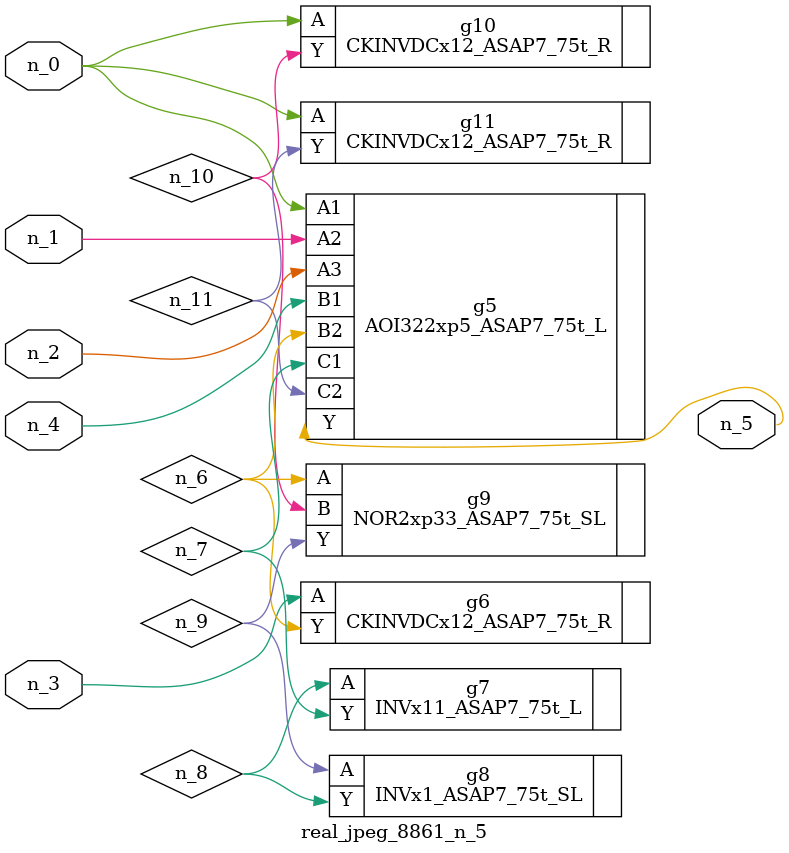
<source format=v>
module real_jpeg_8861_n_5 (n_4, n_0, n_1, n_2, n_3, n_5);

input n_4;
input n_0;
input n_1;
input n_2;
input n_3;

output n_5;

wire n_8;
wire n_11;
wire n_6;
wire n_7;
wire n_10;
wire n_9;

AOI322xp5_ASAP7_75t_L g5 ( 
.A1(n_0),
.A2(n_1),
.A3(n_2),
.B1(n_4),
.B2(n_6),
.C1(n_7),
.C2(n_11),
.Y(n_5)
);

CKINVDCx12_ASAP7_75t_R g10 ( 
.A(n_0),
.Y(n_10)
);

CKINVDCx12_ASAP7_75t_R g11 ( 
.A(n_0),
.Y(n_11)
);

CKINVDCx12_ASAP7_75t_R g6 ( 
.A(n_3),
.Y(n_6)
);

NOR2xp33_ASAP7_75t_SL g9 ( 
.A(n_6),
.B(n_10),
.Y(n_9)
);

INVx11_ASAP7_75t_L g7 ( 
.A(n_8),
.Y(n_7)
);

INVx1_ASAP7_75t_SL g8 ( 
.A(n_9),
.Y(n_8)
);


endmodule
</source>
